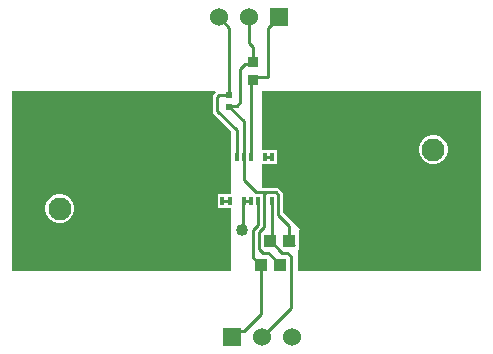
<source format=gtl>
G04*
G04 #@! TF.GenerationSoftware,Altium Limited,Altium Designer,24.10.1 (45)*
G04*
G04 Layer_Physical_Order=1*
G04 Layer_Color=255*
%FSLAX44Y44*%
%MOMM*%
G71*
G04*
G04 #@! TF.SameCoordinates,5BAE0674-82A5-4AB9-AFD0-8D55292733AA*
G04*
G04*
G04 #@! TF.FilePolarity,Positive*
G04*
G01*
G75*
%ADD12C,0.2540*%
%ADD14R,0.9121X0.8587*%
%ADD15R,1.1350X1.0621*%
%ADD16R,0.3048X0.7112*%
%ADD17R,1.1938X1.3970*%
%ADD18R,0.5000X0.5000*%
%ADD21R,1.5240X1.5240*%
%ADD22C,1.5240*%
G04:AMPARAMS|DCode=24|XSize=1.95mm|YSize=1.95mm|CornerRadius=0.4875mm|HoleSize=0mm|Usage=FLASHONLY|Rotation=270.000|XOffset=0mm|YOffset=0mm|HoleType=Round|Shape=RoundedRectangle|*
%AMROUNDEDRECTD24*
21,1,1.9500,0.9750,0,0,270.0*
21,1,0.9750,1.9500,0,0,270.0*
1,1,0.9750,-0.4875,-0.4875*
1,1,0.9750,-0.4875,0.4875*
1,1,0.9750,0.4875,0.4875*
1,1,0.9750,0.4875,-0.4875*
%
%ADD24ROUNDEDRECTD24*%
%ADD25C,1.9500*%
%ADD26C,1.0160*%
G36*
X172338Y247188D02*
X172524Y246380D01*
X171243Y245099D01*
X170401Y243839D01*
X170105Y242352D01*
Y230297D01*
X170401Y228810D01*
X171243Y227550D01*
X185420Y213373D01*
Y160316D01*
X174326D01*
Y148124D01*
X185420D01*
Y95250D01*
X0D01*
Y247650D01*
X172036D01*
X172338Y247188D01*
D02*
G37*
G36*
X397510Y95250D02*
X242570D01*
Y112799D01*
X243165D01*
Y116234D01*
X243240Y116609D01*
X243165Y116985D01*
Y128501D01*
X243127D01*
X242801Y129771D01*
X243840Y130810D01*
X229609Y145041D01*
Y159354D01*
X229313Y160841D01*
X228471Y162101D01*
X226239Y164333D01*
X224979Y165175D01*
X223492Y165471D01*
X212090D01*
Y185124D01*
X224454D01*
Y197316D01*
X212090D01*
Y247650D01*
X397510D01*
Y95250D01*
D02*
G37*
%LPC*%
G36*
X42218Y160010D02*
X38982D01*
X35856Y159172D01*
X33054Y157554D01*
X30766Y155266D01*
X29148Y152464D01*
X28310Y149338D01*
Y146102D01*
X29148Y142976D01*
X30766Y140174D01*
X33054Y137886D01*
X35856Y136267D01*
X38982Y135430D01*
X42218D01*
X45344Y136267D01*
X48146Y137886D01*
X50434Y140174D01*
X52052Y142976D01*
X52890Y146102D01*
Y149338D01*
X52052Y152464D01*
X50434Y155266D01*
X48146Y157554D01*
X45344Y159172D01*
X42218Y160010D01*
D02*
G37*
G36*
X358528Y210010D02*
X355292D01*
X352166Y209172D01*
X349364Y207554D01*
X347076Y205266D01*
X345458Y202464D01*
X344620Y199338D01*
Y196102D01*
X345458Y192976D01*
X347076Y190174D01*
X349364Y187886D01*
X352166Y186268D01*
X355292Y185430D01*
X358528D01*
X361654Y186268D01*
X364456Y187886D01*
X366744Y190174D01*
X368363Y192976D01*
X369200Y196102D01*
Y199338D01*
X368363Y202464D01*
X366744Y205266D01*
X364456Y207554D01*
X361654Y209172D01*
X358528Y210010D01*
D02*
G37*
%LPD*%
D12*
X222560Y104371D02*
X226483Y100448D01*
X212428Y110490D02*
X216924D01*
X222560Y104853D01*
X226483Y100448D02*
X226965D01*
X222560Y104371D02*
Y104853D01*
X209157Y113761D02*
X212428Y110490D01*
X196136Y153966D02*
X196390Y154220D01*
X196136Y130489D02*
Y153966D01*
X195187Y129540D02*
X196136Y130489D01*
X196390Y154220D02*
X202390D01*
X197587Y269977D02*
X202520D01*
X193419Y237869D02*
Y265809D01*
X202520Y269977D02*
X204470Y271927D01*
Y284480D01*
X193419Y265809D02*
X197587Y269977D01*
X190540Y234990D02*
X193419Y237869D01*
X196632Y44232D02*
X210658Y58258D01*
Y100330D01*
X186690Y39370D02*
X191552Y44232D01*
X196632D01*
X210293Y100330D02*
X210658D01*
X204077Y106546D02*
X210293Y100330D01*
X204077Y106546D02*
Y129643D01*
X208390Y133956D01*
Y154220D01*
X213724Y132106D02*
Y160207D01*
X209157Y127539D02*
X213724Y132106D01*
X209157Y113761D02*
Y127539D01*
X215103Y161586D02*
X223492D01*
X206714D02*
X215103D01*
X213724Y160207D02*
X215103Y161586D01*
X212090Y39370D02*
X236451Y63731D01*
X228736Y110490D02*
X233179D01*
X236451Y107219D01*
X218642Y120650D02*
X219007D01*
X225465Y113761D02*
X228736Y110490D01*
X235315Y120650D02*
X239355Y116609D01*
X236451Y63731D02*
Y107219D01*
X219007Y120650D02*
X225465Y114192D01*
Y113761D02*
Y114192D01*
X234950Y120650D02*
X235315D01*
X196390Y171910D02*
X206714Y161586D01*
X196390Y171910D02*
Y191220D01*
X225724Y142576D02*
X234950Y133350D01*
X223492Y161586D02*
X225724Y159354D01*
Y142576D02*
Y159354D01*
X196390Y191220D02*
Y221520D01*
X234950Y120650D02*
Y133350D01*
X175260Y309880D02*
X184150Y300990D01*
Y243920D02*
Y300990D01*
X217122Y300942D02*
X226060Y309880D01*
X217122Y259375D02*
Y300942D01*
X200660Y288290D02*
Y309880D01*
Y288290D02*
X204470Y284480D01*
X220390Y122398D02*
Y154220D01*
X218642Y120650D02*
X220390Y122398D01*
X204470Y259375D02*
X217122D01*
X185380Y234990D02*
X190540D01*
X184070Y243840D02*
X184150Y243920D01*
X173990Y230297D02*
X190390Y213896D01*
Y191220D02*
Y213896D01*
X178390Y154220D02*
X184390D01*
X184150Y233760D02*
X185380Y234990D01*
X175478Y243840D02*
X184070D01*
X173990Y242352D02*
X175478Y243840D01*
X173990Y230297D02*
Y242352D01*
X184150Y233760D02*
X196390Y221520D01*
X214390Y191220D02*
X220390D01*
X202644Y257548D02*
X204470Y259375D01*
X202390Y191220D02*
X202644Y191474D01*
Y257548D01*
D14*
X204470Y271927D02*
D03*
Y256393D02*
D03*
D15*
X234950Y120650D02*
D03*
X218642D02*
D03*
X226965Y100330D02*
D03*
X210658D02*
D03*
D16*
X202390Y154220D02*
D03*
X190390Y191220D02*
D03*
X202390D02*
D03*
X196390D02*
D03*
X208390Y154220D02*
D03*
X196390D02*
D03*
X178390Y191220D02*
D03*
X214390D02*
D03*
X220390D02*
D03*
Y154220D02*
D03*
X184390D02*
D03*
X178390D02*
D03*
D17*
X177890Y172720D02*
D03*
X220890D02*
D03*
D18*
X184150Y243760D02*
D03*
Y233760D02*
D03*
D21*
X226060Y309880D02*
D03*
X186690Y39370D02*
D03*
D22*
X200660Y309880D02*
D03*
X175260D02*
D03*
X212090Y39370D02*
D03*
X237490D02*
D03*
D24*
X40600Y197720D02*
D03*
X356910Y147720D02*
D03*
D25*
X40600D02*
D03*
X356910Y197720D02*
D03*
D26*
X195187Y129540D02*
D03*
M02*

</source>
